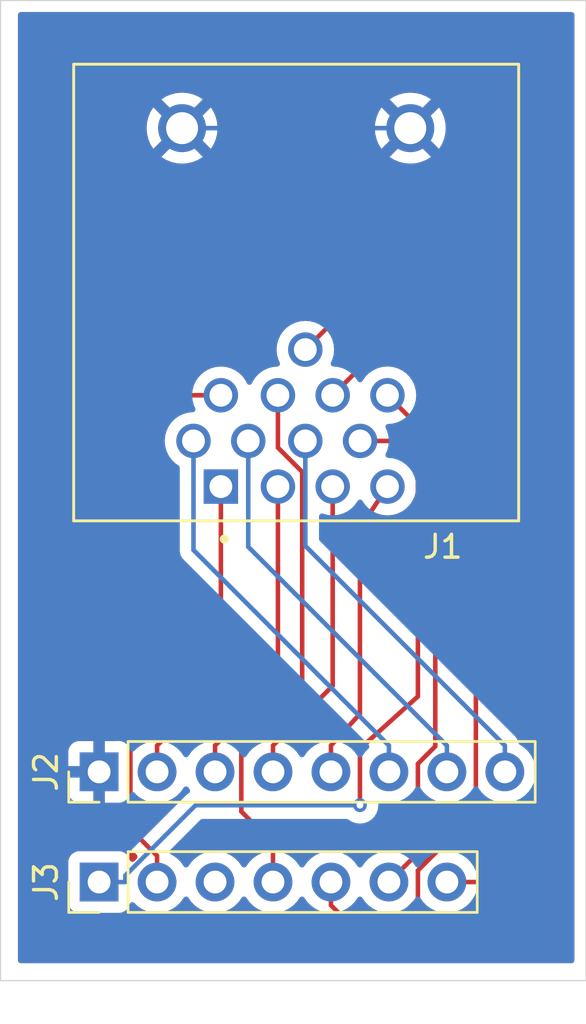
<source format=kicad_pcb>
(kicad_pcb (version 20240108) (generator "pcbnew") (generator_version "8.0")
  (layers (0 "F.Cu" signal) (31 "B.Cu" signal) (34 "B.Paste" user) (35 "F.Paste" user) (36 "B.SilkS" user "B.Silkscreen") (37 "F.SilkS" user "F.Silkscreen") (38 "B.Mask" user) (39 "F.Mask" user) (44 "Edge.Cuts" user))
  (net 0 "")
  (net 1 "/E")
  (net 2 "/G")
  (net 3 "/D")
  (net 4 "/B")
  (net 5 "GND")
  (net 6 "/vee")
  (net 7 "/e")
  (net 8 "/Pickup")
  (net 9 "/vcc")
  (net 10 "/A")
  (net 11 "/level")
  (net 12 "/sw2")
  (net 13 "/select")
  (net 14 "/sw1")
  (footprint "GK13:CUI_SDD-130J" (layer "F.Cu") (at 94.742 86.868 180)
    (property "Reference" "J1" (at -6.425 -18.335 0) (layer "F.SilkS"))
    (property "Value" "SDD-130J")
    (fp_line (start 9.75 2.8) (end -9.75 2.8) (stroke (width 0.127)) (layer "F.SilkS"))
    (fp_line (start 9.75 -17.2) (end 9.75 2.8) (stroke (width 0.127)) (layer "F.SilkS"))
    (fp_line (start -9.75 2.8) (end -9.75 -17.2) (stroke (width 0.127)) (layer "F.SilkS"))
    (fp_line (start -9.75 -17.2) (end 9.75 -17.2) (stroke (width 0.127)) (layer "F.SilkS"))
    (fp_circle (center 3.15 -18) (end 3.25 -18) (stroke (width 0.2)) (fill none) (layer "F.SilkS"))
    (pad "1" thru_hole rect (at 3.3 -15.7 180) (size 1.508 1.508) (drill 1) (layers "*.Cu" "*.Mask") (net 7 "/e"))
    (pad "2" thru_hole circle (at 0.8 -15.7 180) (size 1.508 1.508) (drill 1) (layers "*.Cu" "*.Mask") (net 4 "/B"))
    (pad "3" thru_hole circle (at -1.6 -15.7 180) (size 1.508 1.508) (drill 1) (layers "*.Cu" "*.Mask") (net 2 "/G"))
    (pad "4" thru_hole circle (at -4 -15.7 180) (size 1.508 1.508) (drill 1) (layers "*.Cu" "*.Mask") (net 3 "/D"))
    (pad "5" thru_hole circle (at 4.5 -13.7 180) (size 1.508 1.508) (drill 1) (layers "*.Cu" "*.Mask") (net 10 "/A"))
    (pad "6" thru_hole circle (at 2.1 -13.7 180) (size 1.508 1.508) (drill 1) (layers "*.Cu" "*.Mask") (net 1 "/E"))
    (pad "7" thru_hole circle (at -0.4 -13.7 180) (size 1.508 1.508) (drill 1) (layers "*.Cu" "*.Mask") (net 8 "/Pickup"))
    (pad "8" thru_hole circle (at -2.8 -13.7 180) (size 1.508 1.508) (drill 1) (layers "*.Cu" "*.Mask") (net 11 "/level"))
    (pad "9" thru_hole circle (at 3.3 -11.7 180) (size 1.508 1.508) (drill 1) (layers "*.Cu" "*.Mask") (net 13 "/select"))
    (pad "10" thru_hole circle (at 0.8 -11.7 180) (size 1.508 1.508) (drill 1) (layers "*.Cu" "*.Mask") (net 14 "/sw1"))
    (pad "11" thru_hole circle (at -1.6 -11.7 180) (size 1.508 1.508) (drill 1) (layers "*.Cu" "*.Mask") (net 12 "/sw2"))
    (pad "12" thru_hole circle (at -4 -11.7 180) (size 1.508 1.508) (drill 1) (layers "*.Cu" "*.Mask") (net 9 "/vcc"))
    (pad "13" thru_hole circle (at -0.4 -9.7 180) (size 1.508 1.508) (drill 1) (layers "*.Cu" "*.Mask") (net 6 "/vee"))
    (pad "E1" thru_hole circle (at -5 0 180) (size 2.1 2.1) (drill 1.4) (layers "*.Cu" "*.Mask") (net 5 "GND"))
    (pad "E2" thru_hole circle (at 5 0 180) (size 2.1 2.1) (drill 1.4) (layers "*.Cu" "*.Mask") (net 5 "GND"))
  )
  (footprint "Connector_PinHeader_2.54mm:PinHeader_1x07_P2.54mm_Vertical" (layer "F.Cu") (at 86.106 119.888 90)
    (property "Reference" "J3" (at 0 -2.33 90) (layer "F.SilkS"))
    (property "Value" "Conn_01x07_Pin")
    (fp_line (start -1.33 -1.33) (end 0 -1.33) (stroke (width 0.12)) (layer "F.SilkS"))
    (fp_line (start -1.33 0) (end -1.33 -1.33) (stroke (width 0.12)) (layer "F.SilkS"))
    (fp_line (start 1.33 1.27) (end 1.33 16.57) (stroke (width 0.12)) (layer "F.SilkS"))
    (fp_line (start -1.33 1.27) (end 1.33 1.27) (stroke (width 0.12)) (layer "F.SilkS"))
    (fp_line (start -1.33 1.27) (end -1.33 16.57) (stroke (width 0.12)) (layer "F.SilkS"))
    (fp_line (start -1.33 16.57) (end 1.33 16.57) (stroke (width 0.12)) (layer "F.SilkS"))
    (pad "1" thru_hole rect (at 0 0 90) (size 1.7 1.7) (drill 1) (layers "*.Cu" "*.Mask") (net 11 "/level"))
    (pad "2" thru_hole oval (at 0 2.54 90) (size 1.7 1.7) (drill 1) (layers "*.Cu" "*.Mask") (net 13 "/select"))
    (pad "3" thru_hole oval (at 0 5.08 90) (size 1.7 1.7) (drill 1) (layers "*.Cu" "*.Mask"))
    (pad "4" thru_hole oval (at 0 7.62 90) (size 1.7 1.7) (drill 1) (layers "*.Cu" "*.Mask") (net 14 "/sw1"))
    (pad "5" thru_hole oval (at 0 10.16 90) (size 1.7 1.7) (drill 1) (layers "*.Cu" "*.Mask") (net 12 "/sw2"))
    (pad "6" thru_hole oval (at 0 12.7 90) (size 1.7 1.7) (drill 1) (layers "*.Cu" "*.Mask") (net 9 "/vcc"))
    (pad "7" thru_hole oval (at 0 15.24 90) (size 1.7 1.7) (drill 1) (layers "*.Cu" "*.Mask") (net 6 "/vee"))
  )
  (footprint "Connector_PinHeader_2.54mm:PinHeader_1x08_P2.54mm_Vertical" (layer "F.Cu") (at 86.106 115.062 90)
    (property "Reference" "J2" (at 0 -2.33 90) (layer "F.SilkS"))
    (property "Value" "Conn_01x08_Pin")
    (fp_line (start -1.33 -1.33) (end 0 -1.33) (stroke (width 0.12)) (layer "F.SilkS"))
    (fp_line (start -1.33 0) (end -1.33 -1.33) (stroke (width 0.12)) (layer "F.SilkS"))
    (fp_line (start 1.33 1.27) (end 1.33 19.11) (stroke (width 0.12)) (layer "F.SilkS"))
    (fp_line (start -1.33 1.27) (end 1.33 1.27) (stroke (width 0.12)) (layer "F.SilkS"))
    (fp_line (start -1.33 1.27) (end -1.33 19.11) (stroke (width 0.12)) (layer "F.SilkS"))
    (fp_line (start -1.33 19.11) (end 1.33 19.11) (stroke (width 0.12)) (layer "F.SilkS"))
    (pad "1" thru_hole rect (at 0 0 90) (size 1.7 1.7) (drill 1) (layers "*.Cu" "*.Mask") (net 5 "GND"))
    (pad "2" thru_hole oval (at 0 2.54 90) (size 1.7 1.7) (drill 1) (layers "*.Cu" "*.Mask") (net 7 "/e"))
    (pad "3" thru_hole oval (at 0 5.08 90) (size 1.7 1.7) (drill 1) (layers "*.Cu" "*.Mask") (net 4 "/B"))
    (pad "4" thru_hole oval (at 0 7.62 90) (size 1.7 1.7) (drill 1) (layers "*.Cu" "*.Mask") (net 2 "/G"))
    (pad "5" thru_hole oval (at 0 10.16 90) (size 1.7 1.7) (drill 1) (layers "*.Cu" "*.Mask") (net 3 "/D"))
    (pad "6" thru_hole oval (at 0 12.7 90) (size 1.7 1.7) (drill 1) (layers "*.Cu" "*.Mask") (net 10 "/A"))
    (pad "7" thru_hole oval (at 0 15.24 90) (size 1.7 1.7) (drill 1) (layers "*.Cu" "*.Mask") (net 1 "/E"))
    (pad "8" thru_hole oval (at 0 17.78 90) (size 1.7 1.7) (drill 1) (layers "*.Cu" "*.Mask") (net 8 "/Pickup"))
  )
  (gr_rect (start 81.788 81.28) (end 107.442 124.206) (stroke (width 0.05)) (fill none) (layer "Edge.Cuts"))
  (segment (start 101.346 115.062) (end 101.346 113.91) (width 0.2) (layer "B.Cu") (net 1))
  (segment (start 92.642 105.206) (end 92.642 100.568) (width 0.2) (layer "B.Cu") (net 1))
  (segment (start 101.346 113.91) (end 92.642 105.206) (width 0.2) (layer "B.Cu") (net 1))
  (segment (start 93.726 113.91) (end 93.726 115.062) (width 0.2) (layer "F.Cu") (net 2))
  (segment (start 96.342 102.568) (end 96.342 111.294) (width 0.2) (layer "F.Cu") (net 2))
  (segment (start 96.342 111.294) (end 93.726 113.91) (width 0.2) (layer "F.Cu") (net 2))
  (segment (start 96.266 115.062) (end 96.266 113.91) (width 0.2) (layer "F.Cu") (net 3))
  (segment (start 97.536 104.394) (end 98.742 102.568) (width 0.2) (layer "F.Cu") (net 3))
  (segment (start 96.266 113.91) (end 97.536 112.522) (width 0.2) (layer "F.Cu") (net 3))
  (segment (start 97.536 112.522) (end 97.536 104.394) (width 0.2) (layer "F.Cu") (net 3))
  (segment (start 93.942 111.154) (end 93.942 102.568) (width 0.2) (layer "F.Cu") (net 4))
  (segment (start 91.186 113.91) (end 93.942 111.154) (width 0.2) (layer "F.Cu") (net 4))
  (segment (start 91.186 115.062) (end 91.186 113.91) (width 0.2) (layer "F.Cu") (net 4))
  (segment (start 99.742 86.868) (end 89.742 86.868) (width 0.2) (layer "B.Cu") (net 5))
  (segment (start 105.41 117.856) (end 103.378 119.888) (width 0.2) (layer "F.Cu") (net 6))
  (segment (start 100.33 95.504) (end 105.41 100.584) (width 0.2) (layer "F.Cu") (net 6))
  (segment (start 96.206 95.504) (end 100.33 95.504) (width 0.2) (layer "F.Cu") (net 6))
  (segment (start 105.41 100.584) (end 105.41 117.856) (width 0.2) (layer "F.Cu") (net 6))
  (segment (start 103.378 119.888) (end 101.346 119.888) (width 0.2) (layer "F.Cu") (net 6))
  (segment (start 95.142 96.568) (end 96.206 95.504) (width 0.2) (layer "F.Cu") (net 6))
  (segment (start 91.442 111.114) (end 91.442 102.568) (width 0.2) (layer "F.Cu") (net 7))
  (segment (start 88.646 115.062) (end 88.646 113.91) (width 0.2) (layer "F.Cu") (net 7))
  (segment (start 88.646 113.91) (end 91.442 111.114) (width 0.2) (layer "F.Cu") (net 7))
  (segment (start 95.142 105.166) (end 95.142 100.568) (width 0.2) (layer "B.Cu") (net 8))
  (segment (start 103.886 115.062) (end 103.886 113.91) (width 0.2) (layer "B.Cu") (net 8))
  (segment (start 103.886 113.91) (end 95.142 105.166) (width 0.2) (layer "B.Cu") (net 8))
  (segment (start 100.838 113.944) (end 100.076 114.706) (width 0.2) (layer "F.Cu") (net 9))
  (segment (start 100.076 114.706) (end 100.076 118.618) (width 0.2) (layer "F.Cu") (net 9))
  (segment (start 98.742 98.568) (end 100.838 100.664) (width 0.2) (layer "F.Cu") (net 9))
  (segment (start 100.076 118.618) (end 98.806 119.888) (width 0.2) (layer "F.Cu") (net 9))
  (segment (start 100.838 100.664) (end 100.838 113.944) (width 0.2) (layer "F.Cu") (net 9))
  (segment (start 98.806 115.062) (end 98.806 113.91) (width 0.2) (layer "B.Cu") (net 10))
  (segment (start 90.242 105.346) (end 90.242 100.568) (width 0.2) (layer "B.Cu") (net 10))
  (segment (start 98.806 113.91) (end 90.242 105.346) (width 0.2) (layer "B.Cu") (net 10))
  (segment (start 100.076 111.76) (end 97.536 114.046) (width 0.2) (layer "F.Cu") (net 11))
  (segment (start 97.536 114.046) (end 97.536 116.523) (width 0.2) (layer "F.Cu") (net 11))
  (segment (start 97.542 100.568) (end 99.2737 100.568) (width 0.2) (layer "F.Cu") (net 11))
  (segment (start 99.2737 100.568) (end 99.7977 101.092) (width 0.2) (layer "F.Cu") (net 11))
  (segment (start 99.7977 101.092) (end 100.076 101.346) (width 0.2) (layer "F.Cu") (net 11))
  (segment (start 100.076 101.346) (end 100.076 111.76) (width 0.2) (layer "F.Cu") (net 11))
  (via (at 97.536 116.523) (size 0.6) (drill 0.3) (layers "F.Cu" "B.Cu") (net 11))
  (segment (start 87.2577 119.6) (end 90.3351 116.523) (width 0.2) (layer "B.Cu") (net 11))
  (segment (start 87.2577 119.888) (end 87.2577 119.6) (width 0.2) (layer "B.Cu") (net 11))
  (segment (start 86.106 119.888) (end 87.2577 119.888) (width 0.2) (layer "B.Cu") (net 11))
  (segment (start 90.3351 116.523) (end 97.536 116.523) (width 0.2) (layer "B.Cu") (net 11))
  (segment (start 102.616 116.84) (end 102.616 100.076) (width 0.2) (layer "F.Cu") (net 12))
  (segment (start 97.282 97.628) (end 96.342 98.568) (width 0.2) (layer "F.Cu") (net 12))
  (segment (start 100.076 119.38) (end 102.616 116.84) (width 0.2) (layer "F.Cu") (net 12))
  (segment (start 97.79 97.028) (end 97.282 97.628) (width 0.2) (layer "F.Cu") (net 12))
  (segment (start 99.568 97.028) (end 97.79 97.028) (width 0.2) (layer "F.Cu") (net 12))
  (segment (start 96.774 121.412) (end 99.314 121.412) (width 0.2) (layer "F.Cu") (net 12))
  (segment (start 100.076 120.65) (end 100.076 119.38) (width 0.2) (layer "F.Cu") (net 12))
  (segment (start 102.616 100.076) (end 99.568 97.028) (width 0.2) (layer "F.Cu") (net 12))
  (segment (start 96.266 120.904) (end 96.774 121.412) (width 0.2) (layer "F.Cu") (net 12))
  (segment (start 99.314 121.412) (end 100.076 120.65) (width 0.2) (layer "F.Cu") (net 12))
  (segment (start 96.266 119.888) (end 96.266 120.904) (width 0.2) (layer "F.Cu") (net 12))
  (segment (start 88.884 98.568) (end 91.442 98.568) (width 0.2) (layer "F.Cu") (net 13))
  (segment (start 88.646 119.888) (end 88.646 118.736) (width 0.2) (layer "F.Cu") (net 13))
  (segment (start 87.4766 117.567) (end 87.4766 99.9754) (width 0.2) (layer "F.Cu") (net 13))
  (segment (start 87.4766 99.9754) (end 88.884 98.568) (width 0.2) (layer "F.Cu") (net 13))
  (segment (start 88.646 118.736) (end 87.4766 117.567) (width 0.2) (layer "F.Cu") (net 13))
  (segment (start 92.3377 114.127) (end 95.0049 111.46) (width 0.2) (layer "F.Cu") (net 14))
  (segment (start 92.3377 116.7985) (end 93.726 118.1868) (width 0.2) (layer "F.Cu") (net 14))
  (segment (start 93.942 100.861) (end 93.942 98.568) (width 0.2) (layer "F.Cu") (net 14))
  (segment (start 93.726 118.1868) (end 93.726 119.888) (width 0.2) (layer "F.Cu") (net 14))
  (segment (start 92.3377 116.7985) (end 92.3377 114.127) (width 0.2) (layer "F.Cu") (net 14))
  (segment (start 95.0049 101.924) (end 93.942 100.861) (width 0.2) (layer "F.Cu") (net 14))
  (segment (start 95.0049 111.46) (end 95.0049 101.924) (width 0.2) (layer "F.Cu") (net 14))
  (zone (net 5) (net_name "GND") (layers "F&B.Cu") (connect_pads (clearance 0.5)) (min_thickness 0.25) (fill yes (thermal_gap 0.5) (thermal_bridge_width 0.5))
    (polygon (pts (xy 106.934 81.534) (xy 106.934 123.444) (xy 82.55 123.444) (xy 82.55 81.534)))
  )
)
</source>
